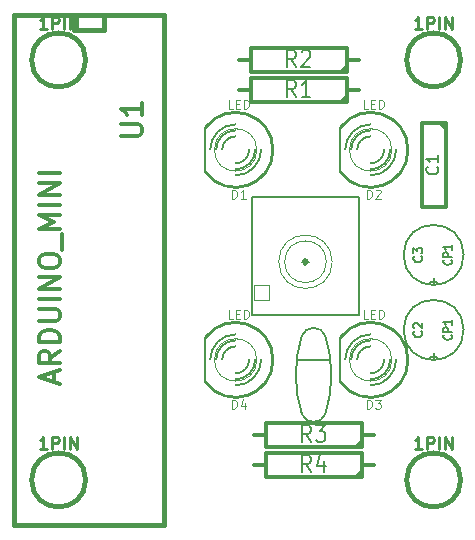
<source format=gto>
G04 (created by PCBNEW (2013-jul-07)-stable) date Sun 31 May 2015 11:01:27 BST*
%MOIN*%
G04 Gerber Fmt 3.4, Leading zero omitted, Abs format*
%FSLAX34Y34*%
G01*
G70*
G90*
G04 APERTURE LIST*
%ADD10C,0.00590551*%
%ADD11C,0.005*%
%ADD12C,0.012*%
%ADD13C,0.008*%
%ADD14C,0.003*%
%ADD15C,0.01*%
%ADD16C,0.006*%
%ADD17C,0.015*%
%ADD18C,0.0026*%
%ADD19C,0.0025*%
%ADD20C,0.0035*%
%ADD21C,0.0075*%
G04 APERTURE END LIST*
G54D10*
G54D11*
X74051Y-69008D02*
X72949Y-69008D01*
X73894Y-70794D02*
G75*
G03X74090Y-69501I-3937J1256D01*
G74*
G01*
X73499Y-71074D02*
G75*
G03X73892Y-70799I3J413D01*
G74*
G01*
X74089Y-69490D02*
G75*
G03X73892Y-68198I-4132J28D01*
G74*
G01*
X72910Y-69509D02*
G75*
G03X73107Y-70801I4132J-28D01*
G74*
G01*
X73105Y-68205D02*
G75*
G03X72909Y-69498I3937J-1256D01*
G74*
G01*
X73107Y-70798D02*
G75*
G03X73499Y-71074I389J137D01*
G74*
G01*
X73892Y-68201D02*
G75*
G03X73500Y-67925I-389J-137D01*
G74*
G01*
X73500Y-67925D02*
G75*
G03X73107Y-68200I-3J-413D01*
G74*
G01*
G54D12*
X75000Y-60000D02*
X74600Y-60000D01*
X74600Y-60000D02*
X74600Y-60400D01*
X74600Y-60400D02*
X71400Y-60400D01*
X71400Y-60400D02*
X71400Y-59600D01*
X71400Y-59600D02*
X74600Y-59600D01*
X74600Y-59600D02*
X74600Y-60000D01*
X74600Y-60200D02*
X74400Y-60400D01*
X71000Y-60000D02*
X71400Y-60000D01*
X75000Y-59000D02*
X74600Y-59000D01*
X74600Y-59000D02*
X74600Y-59400D01*
X74600Y-59400D02*
X71400Y-59400D01*
X71400Y-59400D02*
X71400Y-58600D01*
X71400Y-58600D02*
X74600Y-58600D01*
X74600Y-58600D02*
X74600Y-59000D01*
X74600Y-59200D02*
X74400Y-59400D01*
X71000Y-59000D02*
X71400Y-59000D01*
X75500Y-71500D02*
X75100Y-71500D01*
X75100Y-71500D02*
X75100Y-71900D01*
X75100Y-71900D02*
X71900Y-71900D01*
X71900Y-71900D02*
X71900Y-71100D01*
X71900Y-71100D02*
X75100Y-71100D01*
X75100Y-71100D02*
X75100Y-71500D01*
X75100Y-71700D02*
X74900Y-71900D01*
X71500Y-71500D02*
X71900Y-71500D01*
X75500Y-72500D02*
X75100Y-72500D01*
X75100Y-72500D02*
X75100Y-72900D01*
X75100Y-72900D02*
X71900Y-72900D01*
X71900Y-72900D02*
X71900Y-72100D01*
X71900Y-72100D02*
X75100Y-72100D01*
X75100Y-72100D02*
X75100Y-72500D01*
X75100Y-72700D02*
X74900Y-72900D01*
X71500Y-72500D02*
X71900Y-72500D01*
G54D13*
X69880Y-61250D02*
X69880Y-62750D01*
G54D14*
X71607Y-62000D02*
G75*
G03X71607Y-62000I-707J0D01*
G74*
G01*
G54D15*
X69900Y-62750D02*
G75*
G03X69900Y-61249I999J750D01*
G74*
G01*
G54D16*
X70900Y-62450D02*
G75*
G03X71350Y-62000I0J450D01*
G74*
G01*
X70900Y-61550D02*
G75*
G03X70450Y-62000I0J-450D01*
G74*
G01*
X70900Y-62650D02*
G75*
G03X71550Y-62000I0J650D01*
G74*
G01*
X70900Y-61350D02*
G75*
G03X70250Y-62000I0J-650D01*
G74*
G01*
X70900Y-62850D02*
G75*
G03X71750Y-62000I0J850D01*
G74*
G01*
X70900Y-61150D02*
G75*
G03X70050Y-62000I0J-850D01*
G74*
G01*
G54D13*
X74380Y-61250D02*
X74380Y-62750D01*
G54D14*
X76107Y-62000D02*
G75*
G03X76107Y-62000I-707J0D01*
G74*
G01*
G54D15*
X74400Y-62750D02*
G75*
G03X74400Y-61249I999J750D01*
G74*
G01*
G54D16*
X75400Y-62450D02*
G75*
G03X75850Y-62000I0J450D01*
G74*
G01*
X75400Y-61550D02*
G75*
G03X74950Y-62000I0J-450D01*
G74*
G01*
X75400Y-62650D02*
G75*
G03X76050Y-62000I0J650D01*
G74*
G01*
X75400Y-61350D02*
G75*
G03X74750Y-62000I0J-650D01*
G74*
G01*
X75400Y-62850D02*
G75*
G03X76250Y-62000I0J850D01*
G74*
G01*
X75400Y-61150D02*
G75*
G03X74550Y-62000I0J-850D01*
G74*
G01*
G54D13*
X74380Y-68250D02*
X74380Y-69750D01*
G54D14*
X76107Y-69000D02*
G75*
G03X76107Y-69000I-707J0D01*
G74*
G01*
G54D15*
X74400Y-69750D02*
G75*
G03X74400Y-68249I999J750D01*
G74*
G01*
G54D16*
X75400Y-69450D02*
G75*
G03X75850Y-69000I0J450D01*
G74*
G01*
X75400Y-68550D02*
G75*
G03X74950Y-69000I0J-450D01*
G74*
G01*
X75400Y-69650D02*
G75*
G03X76050Y-69000I0J650D01*
G74*
G01*
X75400Y-68350D02*
G75*
G03X74750Y-69000I0J-650D01*
G74*
G01*
X75400Y-69850D02*
G75*
G03X76250Y-69000I0J850D01*
G74*
G01*
X75400Y-68150D02*
G75*
G03X74550Y-69000I0J-850D01*
G74*
G01*
G54D13*
X69880Y-68250D02*
X69880Y-69750D01*
G54D14*
X71607Y-69000D02*
G75*
G03X71607Y-69000I-707J0D01*
G74*
G01*
G54D15*
X69900Y-69750D02*
G75*
G03X69900Y-68249I999J750D01*
G74*
G01*
G54D16*
X70900Y-69450D02*
G75*
G03X71350Y-69000I0J450D01*
G74*
G01*
X70900Y-68550D02*
G75*
G03X70450Y-69000I0J-450D01*
G74*
G01*
X70900Y-69650D02*
G75*
G03X71550Y-69000I0J650D01*
G74*
G01*
X70900Y-68350D02*
G75*
G03X70250Y-69000I0J-650D01*
G74*
G01*
X70900Y-69850D02*
G75*
G03X71750Y-69000I0J850D01*
G74*
G01*
X70900Y-68150D02*
G75*
G03X70050Y-69000I0J-850D01*
G74*
G01*
G54D12*
X77900Y-61100D02*
X77900Y-63900D01*
X77900Y-63900D02*
X77100Y-63900D01*
X77100Y-63900D02*
X77100Y-61100D01*
X77100Y-61100D02*
X77900Y-61100D01*
X77700Y-61100D02*
X77900Y-61300D01*
G54D11*
X78501Y-68000D02*
G75*
G03X78501Y-68000I-1001J0D01*
G74*
G01*
X78501Y-65500D02*
G75*
G03X78501Y-65500I-1001J0D01*
G74*
G01*
G54D17*
X68500Y-57500D02*
X68500Y-74500D01*
X68500Y-74500D02*
X63500Y-74500D01*
X63500Y-74500D02*
X63500Y-57500D01*
X63500Y-57500D02*
X68500Y-57500D01*
X65500Y-57500D02*
X65500Y-58000D01*
X65500Y-58000D02*
X66500Y-58000D01*
X66500Y-58000D02*
X66500Y-57500D01*
G54D18*
X72000Y-67000D02*
X72000Y-66500D01*
X72000Y-66500D02*
X71500Y-66500D01*
X71500Y-67000D02*
X71500Y-66500D01*
X72000Y-67000D02*
X71500Y-67000D01*
G54D11*
X75000Y-67500D02*
X75000Y-63563D01*
X75000Y-63563D02*
X71457Y-63563D01*
X71457Y-63563D02*
X71457Y-67500D01*
X71457Y-67500D02*
X75000Y-67500D01*
G54D19*
X74119Y-65729D02*
G75*
G03X74119Y-65729I-890J0D01*
G74*
G01*
X73924Y-65729D02*
G75*
G03X73924Y-65729I-695J0D01*
G74*
G01*
X73924Y-65729D02*
G75*
G03X73924Y-65729I-695J0D01*
G74*
G01*
G54D11*
X73312Y-65729D02*
G75*
G03X73312Y-65729I-83J0D01*
G74*
G01*
X73229Y-65847D02*
X73229Y-65611D01*
X73347Y-65729D02*
X73111Y-65729D01*
X73312Y-65729D02*
G75*
G03X73312Y-65729I-83J0D01*
G74*
G01*
X73229Y-65847D02*
X73229Y-65611D01*
X73347Y-65729D02*
X73111Y-65729D01*
G54D17*
X78400Y-73000D02*
G75*
G03X78400Y-73000I-900J0D01*
G74*
G01*
X78400Y-59000D02*
G75*
G03X78400Y-59000I-900J0D01*
G74*
G01*
X65900Y-59000D02*
G75*
G03X65900Y-59000I-900J0D01*
G74*
G01*
X65900Y-73000D02*
G75*
G03X65900Y-73000I-900J0D01*
G74*
G01*
G54D13*
X72916Y-60222D02*
X72750Y-59960D01*
X72630Y-60222D02*
X72630Y-59672D01*
X72821Y-59672D01*
X72869Y-59698D01*
X72892Y-59725D01*
X72916Y-59777D01*
X72916Y-59855D01*
X72892Y-59908D01*
X72869Y-59934D01*
X72821Y-59960D01*
X72630Y-59960D01*
X73392Y-60222D02*
X73107Y-60222D01*
X73250Y-60222D02*
X73250Y-59672D01*
X73202Y-59751D01*
X73154Y-59803D01*
X73107Y-59829D01*
X72916Y-59222D02*
X72750Y-58960D01*
X72630Y-59222D02*
X72630Y-58672D01*
X72821Y-58672D01*
X72869Y-58698D01*
X72892Y-58725D01*
X72916Y-58777D01*
X72916Y-58855D01*
X72892Y-58908D01*
X72869Y-58934D01*
X72821Y-58960D01*
X72630Y-58960D01*
X73107Y-58725D02*
X73130Y-58698D01*
X73178Y-58672D01*
X73297Y-58672D01*
X73345Y-58698D01*
X73369Y-58725D01*
X73392Y-58777D01*
X73392Y-58829D01*
X73369Y-58908D01*
X73083Y-59222D01*
X73392Y-59222D01*
X73416Y-71722D02*
X73250Y-71460D01*
X73130Y-71722D02*
X73130Y-71172D01*
X73321Y-71172D01*
X73369Y-71198D01*
X73392Y-71225D01*
X73416Y-71277D01*
X73416Y-71355D01*
X73392Y-71408D01*
X73369Y-71434D01*
X73321Y-71460D01*
X73130Y-71460D01*
X73583Y-71172D02*
X73892Y-71172D01*
X73726Y-71382D01*
X73797Y-71382D01*
X73845Y-71408D01*
X73869Y-71434D01*
X73892Y-71486D01*
X73892Y-71617D01*
X73869Y-71670D01*
X73845Y-71696D01*
X73797Y-71722D01*
X73654Y-71722D01*
X73607Y-71696D01*
X73583Y-71670D01*
X73416Y-72722D02*
X73250Y-72460D01*
X73130Y-72722D02*
X73130Y-72172D01*
X73321Y-72172D01*
X73369Y-72198D01*
X73392Y-72225D01*
X73416Y-72277D01*
X73416Y-72355D01*
X73392Y-72408D01*
X73369Y-72434D01*
X73321Y-72460D01*
X73130Y-72460D01*
X73845Y-72355D02*
X73845Y-72722D01*
X73726Y-72146D02*
X73607Y-72539D01*
X73916Y-72539D01*
G54D20*
X70778Y-63621D02*
X70778Y-63321D01*
X70850Y-63321D01*
X70892Y-63335D01*
X70921Y-63364D01*
X70935Y-63392D01*
X70950Y-63450D01*
X70950Y-63492D01*
X70935Y-63550D01*
X70921Y-63578D01*
X70892Y-63607D01*
X70850Y-63621D01*
X70778Y-63621D01*
X71235Y-63621D02*
X71064Y-63621D01*
X71150Y-63621D02*
X71150Y-63321D01*
X71121Y-63364D01*
X71092Y-63392D01*
X71064Y-63407D01*
X70807Y-60621D02*
X70664Y-60621D01*
X70664Y-60321D01*
X70907Y-60464D02*
X71007Y-60464D01*
X71050Y-60621D02*
X70907Y-60621D01*
X70907Y-60321D01*
X71050Y-60321D01*
X71178Y-60621D02*
X71178Y-60321D01*
X71250Y-60321D01*
X71292Y-60335D01*
X71321Y-60364D01*
X71335Y-60392D01*
X71350Y-60450D01*
X71350Y-60492D01*
X71335Y-60550D01*
X71321Y-60578D01*
X71292Y-60607D01*
X71250Y-60621D01*
X71178Y-60621D01*
X75278Y-63621D02*
X75278Y-63321D01*
X75350Y-63321D01*
X75392Y-63335D01*
X75421Y-63364D01*
X75435Y-63392D01*
X75450Y-63450D01*
X75450Y-63492D01*
X75435Y-63550D01*
X75421Y-63578D01*
X75392Y-63607D01*
X75350Y-63621D01*
X75278Y-63621D01*
X75564Y-63350D02*
X75578Y-63335D01*
X75607Y-63321D01*
X75678Y-63321D01*
X75707Y-63335D01*
X75721Y-63350D01*
X75735Y-63378D01*
X75735Y-63407D01*
X75721Y-63450D01*
X75550Y-63621D01*
X75735Y-63621D01*
X75307Y-60621D02*
X75164Y-60621D01*
X75164Y-60321D01*
X75407Y-60464D02*
X75507Y-60464D01*
X75550Y-60621D02*
X75407Y-60621D01*
X75407Y-60321D01*
X75550Y-60321D01*
X75678Y-60621D02*
X75678Y-60321D01*
X75750Y-60321D01*
X75792Y-60335D01*
X75821Y-60364D01*
X75835Y-60392D01*
X75850Y-60450D01*
X75850Y-60492D01*
X75835Y-60550D01*
X75821Y-60578D01*
X75792Y-60607D01*
X75750Y-60621D01*
X75678Y-60621D01*
X75278Y-70621D02*
X75278Y-70321D01*
X75350Y-70321D01*
X75392Y-70335D01*
X75421Y-70364D01*
X75435Y-70392D01*
X75450Y-70450D01*
X75450Y-70492D01*
X75435Y-70550D01*
X75421Y-70578D01*
X75392Y-70607D01*
X75350Y-70621D01*
X75278Y-70621D01*
X75550Y-70321D02*
X75735Y-70321D01*
X75635Y-70435D01*
X75678Y-70435D01*
X75707Y-70450D01*
X75721Y-70464D01*
X75735Y-70492D01*
X75735Y-70564D01*
X75721Y-70592D01*
X75707Y-70607D01*
X75678Y-70621D01*
X75592Y-70621D01*
X75564Y-70607D01*
X75550Y-70592D01*
X75307Y-67621D02*
X75164Y-67621D01*
X75164Y-67321D01*
X75407Y-67464D02*
X75507Y-67464D01*
X75550Y-67621D02*
X75407Y-67621D01*
X75407Y-67321D01*
X75550Y-67321D01*
X75678Y-67621D02*
X75678Y-67321D01*
X75750Y-67321D01*
X75792Y-67335D01*
X75821Y-67364D01*
X75835Y-67392D01*
X75850Y-67450D01*
X75850Y-67492D01*
X75835Y-67550D01*
X75821Y-67578D01*
X75792Y-67607D01*
X75750Y-67621D01*
X75678Y-67621D01*
X70778Y-70621D02*
X70778Y-70321D01*
X70850Y-70321D01*
X70892Y-70335D01*
X70921Y-70364D01*
X70935Y-70392D01*
X70950Y-70450D01*
X70950Y-70492D01*
X70935Y-70550D01*
X70921Y-70578D01*
X70892Y-70607D01*
X70850Y-70621D01*
X70778Y-70621D01*
X71207Y-70421D02*
X71207Y-70621D01*
X71135Y-70307D02*
X71064Y-70521D01*
X71250Y-70521D01*
X70807Y-67621D02*
X70664Y-67621D01*
X70664Y-67321D01*
X70907Y-67464D02*
X71007Y-67464D01*
X71050Y-67621D02*
X70907Y-67621D01*
X70907Y-67321D01*
X71050Y-67321D01*
X71178Y-67621D02*
X71178Y-67321D01*
X71250Y-67321D01*
X71292Y-67335D01*
X71321Y-67364D01*
X71335Y-67392D01*
X71350Y-67450D01*
X71350Y-67492D01*
X71335Y-67550D01*
X71321Y-67578D01*
X71292Y-67607D01*
X71250Y-67621D01*
X71178Y-67621D01*
G54D13*
X77623Y-62566D02*
X77642Y-62585D01*
X77661Y-62642D01*
X77661Y-62680D01*
X77642Y-62738D01*
X77604Y-62776D01*
X77566Y-62795D01*
X77490Y-62814D01*
X77433Y-62814D01*
X77357Y-62795D01*
X77319Y-62776D01*
X77280Y-62738D01*
X77261Y-62680D01*
X77261Y-62642D01*
X77280Y-62585D01*
X77300Y-62566D01*
X77661Y-62185D02*
X77661Y-62414D01*
X77661Y-62299D02*
X77261Y-62299D01*
X77319Y-62338D01*
X77357Y-62376D01*
X77376Y-62414D01*
G54D11*
X77093Y-68050D02*
X77108Y-68064D01*
X77122Y-68107D01*
X77122Y-68135D01*
X77108Y-68178D01*
X77079Y-68207D01*
X77051Y-68221D01*
X76993Y-68235D01*
X76951Y-68235D01*
X76893Y-68221D01*
X76865Y-68207D01*
X76836Y-68178D01*
X76822Y-68135D01*
X76822Y-68107D01*
X76836Y-68064D01*
X76851Y-68050D01*
X76851Y-67935D02*
X76836Y-67921D01*
X76822Y-67892D01*
X76822Y-67821D01*
X76836Y-67792D01*
X76851Y-67778D01*
X76879Y-67764D01*
X76908Y-67764D01*
X76951Y-67778D01*
X77122Y-67950D01*
X77122Y-67764D01*
X78092Y-68166D02*
X78107Y-68178D01*
X78121Y-68214D01*
X78121Y-68238D01*
X78107Y-68273D01*
X78078Y-68297D01*
X78050Y-68309D01*
X77992Y-68321D01*
X77950Y-68321D01*
X77892Y-68309D01*
X77864Y-68297D01*
X77835Y-68273D01*
X77821Y-68238D01*
X77821Y-68214D01*
X77835Y-68178D01*
X77850Y-68166D01*
X78121Y-68059D02*
X77821Y-68059D01*
X77821Y-67964D01*
X77835Y-67940D01*
X77850Y-67928D01*
X77878Y-67916D01*
X77921Y-67916D01*
X77950Y-67928D01*
X77964Y-67940D01*
X77978Y-67964D01*
X77978Y-68059D01*
X78121Y-67678D02*
X78121Y-67821D01*
X78121Y-67750D02*
X77821Y-67750D01*
X77864Y-67773D01*
X77892Y-67797D01*
X77907Y-67821D01*
G54D21*
X77507Y-69014D02*
X77507Y-68785D01*
X77621Y-68900D02*
X77392Y-68900D01*
G54D13*
G54D11*
X77093Y-65550D02*
X77108Y-65564D01*
X77122Y-65607D01*
X77122Y-65635D01*
X77108Y-65678D01*
X77079Y-65707D01*
X77051Y-65721D01*
X76993Y-65735D01*
X76951Y-65735D01*
X76893Y-65721D01*
X76865Y-65707D01*
X76836Y-65678D01*
X76822Y-65635D01*
X76822Y-65607D01*
X76836Y-65564D01*
X76851Y-65550D01*
X76822Y-65450D02*
X76822Y-65264D01*
X76936Y-65364D01*
X76936Y-65321D01*
X76951Y-65292D01*
X76965Y-65278D01*
X76993Y-65264D01*
X77065Y-65264D01*
X77093Y-65278D01*
X77108Y-65292D01*
X77122Y-65321D01*
X77122Y-65407D01*
X77108Y-65435D01*
X77093Y-65450D01*
X78092Y-65666D02*
X78107Y-65678D01*
X78121Y-65714D01*
X78121Y-65738D01*
X78107Y-65773D01*
X78078Y-65797D01*
X78050Y-65809D01*
X77992Y-65821D01*
X77950Y-65821D01*
X77892Y-65809D01*
X77864Y-65797D01*
X77835Y-65773D01*
X77821Y-65738D01*
X77821Y-65714D01*
X77835Y-65678D01*
X77850Y-65666D01*
X78121Y-65559D02*
X77821Y-65559D01*
X77821Y-65464D01*
X77835Y-65440D01*
X77850Y-65428D01*
X77878Y-65416D01*
X77921Y-65416D01*
X77950Y-65428D01*
X77964Y-65440D01*
X77978Y-65464D01*
X77978Y-65559D01*
X78121Y-65178D02*
X78121Y-65321D01*
X78121Y-65250D02*
X77821Y-65250D01*
X77864Y-65273D01*
X77892Y-65297D01*
X77907Y-65321D01*
G54D21*
X77507Y-66514D02*
X77507Y-66285D01*
X77621Y-66400D02*
X77392Y-66400D01*
G54D13*
G54D12*
X67083Y-61533D02*
X67650Y-61533D01*
X67716Y-61500D01*
X67750Y-61466D01*
X67783Y-61400D01*
X67783Y-61266D01*
X67750Y-61200D01*
X67716Y-61166D01*
X67650Y-61133D01*
X67083Y-61133D01*
X67783Y-60433D02*
X67783Y-60833D01*
X67783Y-60633D02*
X67083Y-60633D01*
X67183Y-60700D01*
X67250Y-60766D01*
X67283Y-60833D01*
X64833Y-69750D02*
X64833Y-69416D01*
X65033Y-69816D02*
X64333Y-69583D01*
X65033Y-69350D01*
X65033Y-68716D02*
X64700Y-68950D01*
X65033Y-69116D02*
X64333Y-69116D01*
X64333Y-68850D01*
X64366Y-68783D01*
X64400Y-68750D01*
X64466Y-68716D01*
X64566Y-68716D01*
X64633Y-68750D01*
X64666Y-68783D01*
X64700Y-68850D01*
X64700Y-69116D01*
X65033Y-68416D02*
X64333Y-68416D01*
X64333Y-68250D01*
X64366Y-68150D01*
X64433Y-68083D01*
X64500Y-68050D01*
X64633Y-68016D01*
X64733Y-68016D01*
X64866Y-68050D01*
X64933Y-68083D01*
X65000Y-68150D01*
X65033Y-68250D01*
X65033Y-68416D01*
X64333Y-67716D02*
X64900Y-67716D01*
X64966Y-67683D01*
X65000Y-67650D01*
X65033Y-67583D01*
X65033Y-67450D01*
X65000Y-67383D01*
X64966Y-67350D01*
X64900Y-67316D01*
X64333Y-67316D01*
X65033Y-66983D02*
X64333Y-66983D01*
X65033Y-66650D02*
X64333Y-66650D01*
X65033Y-66250D01*
X64333Y-66250D01*
X64333Y-65783D02*
X64333Y-65650D01*
X64366Y-65583D01*
X64433Y-65516D01*
X64566Y-65483D01*
X64800Y-65483D01*
X64933Y-65516D01*
X65000Y-65583D01*
X65033Y-65650D01*
X65033Y-65783D01*
X65000Y-65850D01*
X64933Y-65916D01*
X64800Y-65950D01*
X64566Y-65950D01*
X64433Y-65916D01*
X64366Y-65850D01*
X64333Y-65783D01*
X65100Y-65350D02*
X65100Y-64816D01*
X65033Y-64650D02*
X64333Y-64650D01*
X64833Y-64416D01*
X64333Y-64183D01*
X65033Y-64183D01*
X65033Y-63850D02*
X64333Y-63850D01*
X65033Y-63516D02*
X64333Y-63516D01*
X65033Y-63116D01*
X64333Y-63116D01*
X65033Y-62783D02*
X64333Y-62783D01*
G54D15*
X77109Y-71961D02*
X76880Y-71961D01*
X76995Y-71961D02*
X76995Y-71561D01*
X76957Y-71619D01*
X76919Y-71657D01*
X76880Y-71676D01*
X77280Y-71961D02*
X77280Y-71561D01*
X77433Y-71561D01*
X77471Y-71580D01*
X77490Y-71600D01*
X77509Y-71638D01*
X77509Y-71695D01*
X77490Y-71733D01*
X77471Y-71752D01*
X77433Y-71771D01*
X77280Y-71771D01*
X77680Y-71961D02*
X77680Y-71561D01*
X77871Y-71961D02*
X77871Y-71561D01*
X78100Y-71961D01*
X78100Y-71561D01*
X77109Y-57961D02*
X76880Y-57961D01*
X76995Y-57961D02*
X76995Y-57561D01*
X76957Y-57619D01*
X76919Y-57657D01*
X76880Y-57676D01*
X77280Y-57961D02*
X77280Y-57561D01*
X77433Y-57561D01*
X77471Y-57580D01*
X77490Y-57600D01*
X77509Y-57638D01*
X77509Y-57695D01*
X77490Y-57733D01*
X77471Y-57752D01*
X77433Y-57771D01*
X77280Y-57771D01*
X77680Y-57961D02*
X77680Y-57561D01*
X77871Y-57961D02*
X77871Y-57561D01*
X78100Y-57961D01*
X78100Y-57561D01*
X64609Y-57961D02*
X64380Y-57961D01*
X64495Y-57961D02*
X64495Y-57561D01*
X64457Y-57619D01*
X64419Y-57657D01*
X64380Y-57676D01*
X64780Y-57961D02*
X64780Y-57561D01*
X64933Y-57561D01*
X64971Y-57580D01*
X64990Y-57600D01*
X65009Y-57638D01*
X65009Y-57695D01*
X64990Y-57733D01*
X64971Y-57752D01*
X64933Y-57771D01*
X64780Y-57771D01*
X65180Y-57961D02*
X65180Y-57561D01*
X65371Y-57961D02*
X65371Y-57561D01*
X65600Y-57961D01*
X65600Y-57561D01*
X64609Y-71961D02*
X64380Y-71961D01*
X64495Y-71961D02*
X64495Y-71561D01*
X64457Y-71619D01*
X64419Y-71657D01*
X64380Y-71676D01*
X64780Y-71961D02*
X64780Y-71561D01*
X64933Y-71561D01*
X64971Y-71580D01*
X64990Y-71600D01*
X65009Y-71638D01*
X65009Y-71695D01*
X64990Y-71733D01*
X64971Y-71752D01*
X64933Y-71771D01*
X64780Y-71771D01*
X65180Y-71961D02*
X65180Y-71561D01*
X65371Y-71961D02*
X65371Y-71561D01*
X65600Y-71961D01*
X65600Y-71561D01*
M02*

</source>
